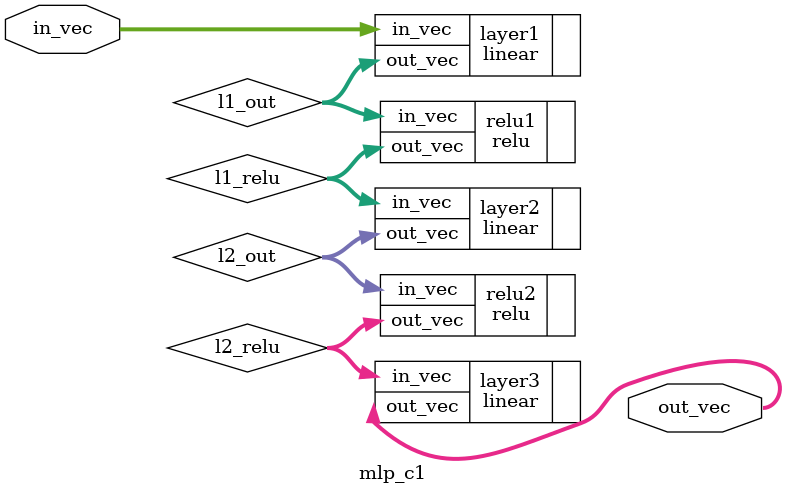
<source format=sv>
module mlp_c1 #(
  parameter int WIDTH = 16,
  parameter int FRAC = 8
) (
  input  logic signed [10*WIDTH-1:0] in_vec,
  output logic signed [2*WIDTH-1:0] out_vec
);
  logic signed [32*WIDTH-1:0] l1_out;
  logic signed [32*WIDTH-1:0] l1_relu;
  logic signed [32*WIDTH-1:0] l2_out;
  logic signed [32*WIDTH-1:0] l2_relu;

  linear #(
    .IN_DIM(10),
    .OUT_DIM(32),
    .WIDTH(WIDTH),
    .FRAC(FRAC)
  ) layer1 (
    .in_vec(in_vec),
    .out_vec(l1_out)
  );

  relu #(
    .DIM(32),
    .WIDTH(WIDTH)
  ) relu1 (
    .in_vec(l1_out),
    .out_vec(l1_relu)
  );

  linear #(
    .IN_DIM(32),
    .OUT_DIM(32),
    .WIDTH(WIDTH),
    .FRAC(FRAC)
  ) layer2 (
    .in_vec(l1_relu),
    .out_vec(l2_out)
  );

  relu #(
    .DIM(32),
    .WIDTH(WIDTH)
  ) relu2 (
    .in_vec(l2_out),
    .out_vec(l2_relu)
  );

  linear #(
    .IN_DIM(32),
    .OUT_DIM(2),
    .WIDTH(WIDTH),
    .FRAC(FRAC)
  ) layer3 (
    .in_vec(l2_relu),
    .out_vec(out_vec)
  );
endmodule

</source>
